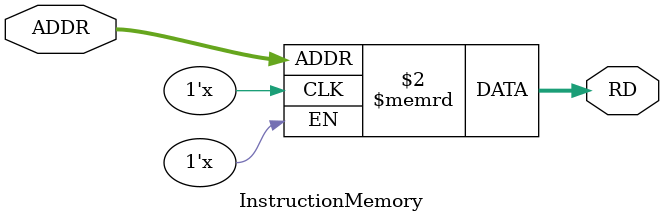
<source format=v>
`timescale 1ns / 1ps
module InstructionMemory(
    input [31:0] ADDR,
    output reg [31:0] RD
    );

reg [31:0] memory [255:0];

always @*
	RD <= memory[ADDR];
	
endmodule

</source>
